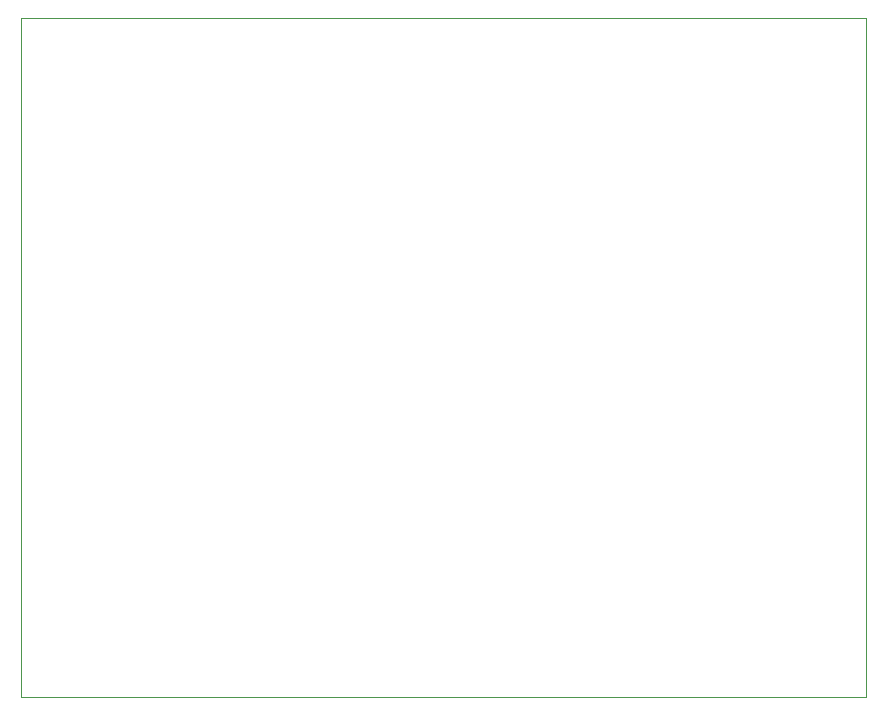
<source format=gm1>
%TF.GenerationSoftware,KiCad,Pcbnew,8.0.8*%
%TF.CreationDate,2025-03-17T11:11:02+01:00*%
%TF.ProjectId,b_nahl_v1,625f6e61-686c-45f7-9631-2e6b69636164,rev?*%
%TF.SameCoordinates,Original*%
%TF.FileFunction,Profile,NP*%
%FSLAX46Y46*%
G04 Gerber Fmt 4.6, Leading zero omitted, Abs format (unit mm)*
G04 Created by KiCad (PCBNEW 8.0.8) date 2025-03-17 11:11:02*
%MOMM*%
%LPD*%
G01*
G04 APERTURE LIST*
%TA.AperFunction,Profile*%
%ADD10C,0.050000*%
%TD*%
G04 APERTURE END LIST*
D10*
X100500000Y-59000000D02*
X172000000Y-59000000D01*
X172000000Y-116500000D01*
X100500000Y-116500000D01*
X100500000Y-59000000D01*
M02*

</source>
